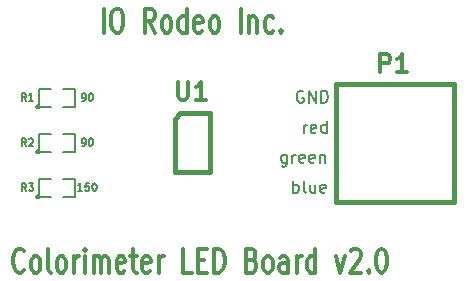
<source format=gto>
G04 (created by PCBNEW-RS274X (2011-07-19)-testing) date Fri 10 Feb 2012 01:23:47 PM PST*
G01*
G70*
G90*
%MOIN*%
G04 Gerber Fmt 3.4, Leading zero omitted, Abs format*
%FSLAX34Y34*%
G04 APERTURE LIST*
%ADD10C,0.006000*%
%ADD11C,0.007900*%
%ADD12C,0.012000*%
%ADD13C,0.005000*%
%ADD14C,0.015000*%
G04 APERTURE END LIST*
G54D10*
G54D11*
X42366Y-26659D02*
X42366Y-26265D01*
X42366Y-26416D02*
X42403Y-26397D01*
X42478Y-26397D01*
X42516Y-26416D01*
X42535Y-26434D01*
X42553Y-26472D01*
X42553Y-26584D01*
X42535Y-26622D01*
X42516Y-26641D01*
X42478Y-26659D01*
X42403Y-26659D01*
X42366Y-26641D01*
X42778Y-26659D02*
X42741Y-26641D01*
X42722Y-26603D01*
X42722Y-26265D01*
X43097Y-26397D02*
X43097Y-26659D01*
X42928Y-26397D02*
X42928Y-26603D01*
X42947Y-26641D01*
X42984Y-26659D01*
X43040Y-26659D01*
X43078Y-26641D01*
X43097Y-26622D01*
X43434Y-26641D02*
X43396Y-26659D01*
X43321Y-26659D01*
X43284Y-26641D01*
X43265Y-26603D01*
X43265Y-26453D01*
X43284Y-26416D01*
X43321Y-26397D01*
X43396Y-26397D01*
X43434Y-26416D01*
X43453Y-26453D01*
X43453Y-26491D01*
X43265Y-26528D01*
X42147Y-25397D02*
X42147Y-25716D01*
X42128Y-25753D01*
X42109Y-25772D01*
X42072Y-25791D01*
X42015Y-25791D01*
X41978Y-25772D01*
X42147Y-25641D02*
X42109Y-25659D01*
X42034Y-25659D01*
X41997Y-25641D01*
X41978Y-25622D01*
X41959Y-25584D01*
X41959Y-25472D01*
X41978Y-25434D01*
X41997Y-25416D01*
X42034Y-25397D01*
X42109Y-25397D01*
X42147Y-25416D01*
X42334Y-25659D02*
X42334Y-25397D01*
X42334Y-25472D02*
X42353Y-25434D01*
X42371Y-25416D01*
X42409Y-25397D01*
X42446Y-25397D01*
X42728Y-25641D02*
X42690Y-25659D01*
X42615Y-25659D01*
X42578Y-25641D01*
X42559Y-25603D01*
X42559Y-25453D01*
X42578Y-25416D01*
X42615Y-25397D01*
X42690Y-25397D01*
X42728Y-25416D01*
X42747Y-25453D01*
X42747Y-25491D01*
X42559Y-25528D01*
X43066Y-25641D02*
X43028Y-25659D01*
X42953Y-25659D01*
X42916Y-25641D01*
X42897Y-25603D01*
X42897Y-25453D01*
X42916Y-25416D01*
X42953Y-25397D01*
X43028Y-25397D01*
X43066Y-25416D01*
X43085Y-25453D01*
X43085Y-25491D01*
X42897Y-25528D01*
X43254Y-25397D02*
X43254Y-25659D01*
X43254Y-25434D02*
X43273Y-25416D01*
X43310Y-25397D01*
X43366Y-25397D01*
X43404Y-25416D01*
X43423Y-25453D01*
X43423Y-25659D01*
X42700Y-23284D02*
X42663Y-23265D01*
X42606Y-23265D01*
X42550Y-23284D01*
X42513Y-23322D01*
X42494Y-23359D01*
X42475Y-23434D01*
X42475Y-23491D01*
X42494Y-23566D01*
X42513Y-23603D01*
X42550Y-23641D01*
X42606Y-23659D01*
X42644Y-23659D01*
X42700Y-23641D01*
X42719Y-23622D01*
X42719Y-23491D01*
X42644Y-23491D01*
X42888Y-23659D02*
X42888Y-23265D01*
X43113Y-23659D01*
X43113Y-23265D01*
X43301Y-23659D02*
X43301Y-23265D01*
X43395Y-23265D01*
X43451Y-23284D01*
X43488Y-23322D01*
X43507Y-23359D01*
X43526Y-23434D01*
X43526Y-23491D01*
X43507Y-23566D01*
X43488Y-23603D01*
X43451Y-23641D01*
X43395Y-23659D01*
X43301Y-23659D01*
G54D12*
X36043Y-21324D02*
X36043Y-20524D01*
X36443Y-20524D02*
X36557Y-20524D01*
X36615Y-20562D01*
X36672Y-20638D01*
X36700Y-20790D01*
X36700Y-21057D01*
X36672Y-21210D01*
X36615Y-21286D01*
X36557Y-21324D01*
X36443Y-21324D01*
X36386Y-21286D01*
X36329Y-21210D01*
X36300Y-21057D01*
X36300Y-20790D01*
X36329Y-20638D01*
X36386Y-20562D01*
X36443Y-20524D01*
X37758Y-21324D02*
X37558Y-20943D01*
X37415Y-21324D02*
X37415Y-20524D01*
X37643Y-20524D01*
X37701Y-20562D01*
X37729Y-20600D01*
X37758Y-20676D01*
X37758Y-20790D01*
X37729Y-20867D01*
X37701Y-20905D01*
X37643Y-20943D01*
X37415Y-20943D01*
X38101Y-21324D02*
X38043Y-21286D01*
X38015Y-21248D01*
X37986Y-21171D01*
X37986Y-20943D01*
X38015Y-20867D01*
X38043Y-20829D01*
X38101Y-20790D01*
X38186Y-20790D01*
X38243Y-20829D01*
X38272Y-20867D01*
X38301Y-20943D01*
X38301Y-21171D01*
X38272Y-21248D01*
X38243Y-21286D01*
X38186Y-21324D01*
X38101Y-21324D01*
X38815Y-21324D02*
X38815Y-20524D01*
X38815Y-21286D02*
X38758Y-21324D01*
X38644Y-21324D01*
X38586Y-21286D01*
X38558Y-21248D01*
X38529Y-21171D01*
X38529Y-20943D01*
X38558Y-20867D01*
X38586Y-20829D01*
X38644Y-20790D01*
X38758Y-20790D01*
X38815Y-20829D01*
X39329Y-21286D02*
X39272Y-21324D01*
X39158Y-21324D01*
X39101Y-21286D01*
X39072Y-21210D01*
X39072Y-20905D01*
X39101Y-20829D01*
X39158Y-20790D01*
X39272Y-20790D01*
X39329Y-20829D01*
X39358Y-20905D01*
X39358Y-20981D01*
X39072Y-21057D01*
X39701Y-21324D02*
X39643Y-21286D01*
X39615Y-21248D01*
X39586Y-21171D01*
X39586Y-20943D01*
X39615Y-20867D01*
X39643Y-20829D01*
X39701Y-20790D01*
X39786Y-20790D01*
X39843Y-20829D01*
X39872Y-20867D01*
X39901Y-20943D01*
X39901Y-21171D01*
X39872Y-21248D01*
X39843Y-21286D01*
X39786Y-21324D01*
X39701Y-21324D01*
X40615Y-21324D02*
X40615Y-20524D01*
X40901Y-20790D02*
X40901Y-21324D01*
X40901Y-20867D02*
X40929Y-20829D01*
X40987Y-20790D01*
X41072Y-20790D01*
X41129Y-20829D01*
X41158Y-20905D01*
X41158Y-21324D01*
X41701Y-21286D02*
X41644Y-21324D01*
X41530Y-21324D01*
X41472Y-21286D01*
X41444Y-21248D01*
X41415Y-21171D01*
X41415Y-20943D01*
X41444Y-20867D01*
X41472Y-20829D01*
X41530Y-20790D01*
X41644Y-20790D01*
X41701Y-20829D01*
X41958Y-21248D02*
X41986Y-21286D01*
X41958Y-21324D01*
X41929Y-21286D01*
X41958Y-21248D01*
X41958Y-21324D01*
G54D11*
X42725Y-24659D02*
X42725Y-24397D01*
X42725Y-24472D02*
X42744Y-24434D01*
X42762Y-24416D01*
X42800Y-24397D01*
X42837Y-24397D01*
X43119Y-24641D02*
X43081Y-24659D01*
X43006Y-24659D01*
X42969Y-24641D01*
X42950Y-24603D01*
X42950Y-24453D01*
X42969Y-24416D01*
X43006Y-24397D01*
X43081Y-24397D01*
X43119Y-24416D01*
X43138Y-24453D01*
X43138Y-24491D01*
X42950Y-24528D01*
X43476Y-24659D02*
X43476Y-24265D01*
X43476Y-24641D02*
X43438Y-24659D01*
X43363Y-24659D01*
X43326Y-24641D01*
X43307Y-24622D01*
X43288Y-24584D01*
X43288Y-24472D01*
X43307Y-24434D01*
X43326Y-24416D01*
X43363Y-24397D01*
X43438Y-24397D01*
X43476Y-24416D01*
G54D12*
X33394Y-29248D02*
X33365Y-29286D01*
X33279Y-29324D01*
X33222Y-29324D01*
X33137Y-29286D01*
X33079Y-29210D01*
X33051Y-29133D01*
X33022Y-28981D01*
X33022Y-28867D01*
X33051Y-28714D01*
X33079Y-28638D01*
X33137Y-28562D01*
X33222Y-28524D01*
X33279Y-28524D01*
X33365Y-28562D01*
X33394Y-28600D01*
X33737Y-29324D02*
X33679Y-29286D01*
X33651Y-29248D01*
X33622Y-29171D01*
X33622Y-28943D01*
X33651Y-28867D01*
X33679Y-28829D01*
X33737Y-28790D01*
X33822Y-28790D01*
X33879Y-28829D01*
X33908Y-28867D01*
X33937Y-28943D01*
X33937Y-29171D01*
X33908Y-29248D01*
X33879Y-29286D01*
X33822Y-29324D01*
X33737Y-29324D01*
X34280Y-29324D02*
X34222Y-29286D01*
X34194Y-29210D01*
X34194Y-28524D01*
X34594Y-29324D02*
X34536Y-29286D01*
X34508Y-29248D01*
X34479Y-29171D01*
X34479Y-28943D01*
X34508Y-28867D01*
X34536Y-28829D01*
X34594Y-28790D01*
X34679Y-28790D01*
X34736Y-28829D01*
X34765Y-28867D01*
X34794Y-28943D01*
X34794Y-29171D01*
X34765Y-29248D01*
X34736Y-29286D01*
X34679Y-29324D01*
X34594Y-29324D01*
X35051Y-29324D02*
X35051Y-28790D01*
X35051Y-28943D02*
X35079Y-28867D01*
X35108Y-28829D01*
X35165Y-28790D01*
X35222Y-28790D01*
X35422Y-29324D02*
X35422Y-28790D01*
X35422Y-28524D02*
X35393Y-28562D01*
X35422Y-28600D01*
X35450Y-28562D01*
X35422Y-28524D01*
X35422Y-28600D01*
X35708Y-29324D02*
X35708Y-28790D01*
X35708Y-28867D02*
X35736Y-28829D01*
X35794Y-28790D01*
X35879Y-28790D01*
X35936Y-28829D01*
X35965Y-28905D01*
X35965Y-29324D01*
X35965Y-28905D02*
X35994Y-28829D01*
X36051Y-28790D01*
X36136Y-28790D01*
X36194Y-28829D01*
X36222Y-28905D01*
X36222Y-29324D01*
X36736Y-29286D02*
X36679Y-29324D01*
X36565Y-29324D01*
X36508Y-29286D01*
X36479Y-29210D01*
X36479Y-28905D01*
X36508Y-28829D01*
X36565Y-28790D01*
X36679Y-28790D01*
X36736Y-28829D01*
X36765Y-28905D01*
X36765Y-28981D01*
X36479Y-29057D01*
X36936Y-28790D02*
X37165Y-28790D01*
X37022Y-28524D02*
X37022Y-29210D01*
X37050Y-29286D01*
X37108Y-29324D01*
X37165Y-29324D01*
X37593Y-29286D02*
X37536Y-29324D01*
X37422Y-29324D01*
X37365Y-29286D01*
X37336Y-29210D01*
X37336Y-28905D01*
X37365Y-28829D01*
X37422Y-28790D01*
X37536Y-28790D01*
X37593Y-28829D01*
X37622Y-28905D01*
X37622Y-28981D01*
X37336Y-29057D01*
X37879Y-29324D02*
X37879Y-28790D01*
X37879Y-28943D02*
X37907Y-28867D01*
X37936Y-28829D01*
X37993Y-28790D01*
X38050Y-28790D01*
X38993Y-29324D02*
X38707Y-29324D01*
X38707Y-28524D01*
X39193Y-28905D02*
X39393Y-28905D01*
X39479Y-29324D02*
X39193Y-29324D01*
X39193Y-28524D01*
X39479Y-28524D01*
X39736Y-29324D02*
X39736Y-28524D01*
X39879Y-28524D01*
X39964Y-28562D01*
X40022Y-28638D01*
X40050Y-28714D01*
X40079Y-28867D01*
X40079Y-28981D01*
X40050Y-29133D01*
X40022Y-29210D01*
X39964Y-29286D01*
X39879Y-29324D01*
X39736Y-29324D01*
X40993Y-28905D02*
X41079Y-28943D01*
X41107Y-28981D01*
X41136Y-29057D01*
X41136Y-29171D01*
X41107Y-29248D01*
X41079Y-29286D01*
X41021Y-29324D01*
X40793Y-29324D01*
X40793Y-28524D01*
X40993Y-28524D01*
X41050Y-28562D01*
X41079Y-28600D01*
X41107Y-28676D01*
X41107Y-28752D01*
X41079Y-28829D01*
X41050Y-28867D01*
X40993Y-28905D01*
X40793Y-28905D01*
X41479Y-29324D02*
X41421Y-29286D01*
X41393Y-29248D01*
X41364Y-29171D01*
X41364Y-28943D01*
X41393Y-28867D01*
X41421Y-28829D01*
X41479Y-28790D01*
X41564Y-28790D01*
X41621Y-28829D01*
X41650Y-28867D01*
X41679Y-28943D01*
X41679Y-29171D01*
X41650Y-29248D01*
X41621Y-29286D01*
X41564Y-29324D01*
X41479Y-29324D01*
X42193Y-29324D02*
X42193Y-28905D01*
X42164Y-28829D01*
X42107Y-28790D01*
X41993Y-28790D01*
X41936Y-28829D01*
X42193Y-29286D02*
X42136Y-29324D01*
X41993Y-29324D01*
X41936Y-29286D01*
X41907Y-29210D01*
X41907Y-29133D01*
X41936Y-29057D01*
X41993Y-29019D01*
X42136Y-29019D01*
X42193Y-28981D01*
X42479Y-29324D02*
X42479Y-28790D01*
X42479Y-28943D02*
X42507Y-28867D01*
X42536Y-28829D01*
X42593Y-28790D01*
X42650Y-28790D01*
X43107Y-29324D02*
X43107Y-28524D01*
X43107Y-29286D02*
X43050Y-29324D01*
X42936Y-29324D01*
X42878Y-29286D01*
X42850Y-29248D01*
X42821Y-29171D01*
X42821Y-28943D01*
X42850Y-28867D01*
X42878Y-28829D01*
X42936Y-28790D01*
X43050Y-28790D01*
X43107Y-28829D01*
X43793Y-28790D02*
X43936Y-29324D01*
X44078Y-28790D01*
X44278Y-28600D02*
X44307Y-28562D01*
X44364Y-28524D01*
X44507Y-28524D01*
X44564Y-28562D01*
X44593Y-28600D01*
X44621Y-28676D01*
X44621Y-28752D01*
X44593Y-28867D01*
X44250Y-29324D01*
X44621Y-29324D01*
X44878Y-29248D02*
X44906Y-29286D01*
X44878Y-29324D01*
X44849Y-29286D01*
X44878Y-29248D01*
X44878Y-29324D01*
X45278Y-28524D02*
X45335Y-28524D01*
X45392Y-28562D01*
X45421Y-28600D01*
X45450Y-28676D01*
X45478Y-28829D01*
X45478Y-29019D01*
X45450Y-29171D01*
X45421Y-29248D01*
X45392Y-29286D01*
X45335Y-29324D01*
X45278Y-29324D01*
X45221Y-29286D01*
X45192Y-29248D01*
X45164Y-29171D01*
X45135Y-29019D01*
X45135Y-28829D01*
X45164Y-28676D01*
X45192Y-28600D01*
X45221Y-28562D01*
X45278Y-28524D01*
G54D13*
X33900Y-23800D02*
X33899Y-23809D01*
X33896Y-23819D01*
X33891Y-23827D01*
X33885Y-23835D01*
X33877Y-23841D01*
X33869Y-23846D01*
X33860Y-23848D01*
X33850Y-23849D01*
X33841Y-23849D01*
X33832Y-23846D01*
X33823Y-23841D01*
X33816Y-23835D01*
X33809Y-23828D01*
X33805Y-23819D01*
X33802Y-23810D01*
X33801Y-23800D01*
X33801Y-23791D01*
X33804Y-23782D01*
X33808Y-23773D01*
X33815Y-23766D01*
X33822Y-23759D01*
X33830Y-23755D01*
X33840Y-23752D01*
X33849Y-23751D01*
X33858Y-23751D01*
X33868Y-23754D01*
X33876Y-23758D01*
X33884Y-23764D01*
X33890Y-23772D01*
X33895Y-23780D01*
X33898Y-23789D01*
X33899Y-23799D01*
X33900Y-23800D01*
X34300Y-23800D02*
X33900Y-23800D01*
X33900Y-23800D02*
X33900Y-23200D01*
X33900Y-23200D02*
X34300Y-23200D01*
X34700Y-23200D02*
X35100Y-23200D01*
X35100Y-23200D02*
X35100Y-23800D01*
X35100Y-23800D02*
X34700Y-23800D01*
X33900Y-25300D02*
X33899Y-25309D01*
X33896Y-25319D01*
X33891Y-25327D01*
X33885Y-25335D01*
X33877Y-25341D01*
X33869Y-25346D01*
X33860Y-25348D01*
X33850Y-25349D01*
X33841Y-25349D01*
X33832Y-25346D01*
X33823Y-25341D01*
X33816Y-25335D01*
X33809Y-25328D01*
X33805Y-25319D01*
X33802Y-25310D01*
X33801Y-25300D01*
X33801Y-25291D01*
X33804Y-25282D01*
X33808Y-25273D01*
X33815Y-25266D01*
X33822Y-25259D01*
X33830Y-25255D01*
X33840Y-25252D01*
X33849Y-25251D01*
X33858Y-25251D01*
X33868Y-25254D01*
X33876Y-25258D01*
X33884Y-25264D01*
X33890Y-25272D01*
X33895Y-25280D01*
X33898Y-25289D01*
X33899Y-25299D01*
X33900Y-25300D01*
X34300Y-25300D02*
X33900Y-25300D01*
X33900Y-25300D02*
X33900Y-24700D01*
X33900Y-24700D02*
X34300Y-24700D01*
X34700Y-24700D02*
X35100Y-24700D01*
X35100Y-24700D02*
X35100Y-25300D01*
X35100Y-25300D02*
X34700Y-25300D01*
X33900Y-26800D02*
X33899Y-26809D01*
X33896Y-26819D01*
X33891Y-26827D01*
X33885Y-26835D01*
X33877Y-26841D01*
X33869Y-26846D01*
X33860Y-26848D01*
X33850Y-26849D01*
X33841Y-26849D01*
X33832Y-26846D01*
X33823Y-26841D01*
X33816Y-26835D01*
X33809Y-26828D01*
X33805Y-26819D01*
X33802Y-26810D01*
X33801Y-26800D01*
X33801Y-26791D01*
X33804Y-26782D01*
X33808Y-26773D01*
X33815Y-26766D01*
X33822Y-26759D01*
X33830Y-26755D01*
X33840Y-26752D01*
X33849Y-26751D01*
X33858Y-26751D01*
X33868Y-26754D01*
X33876Y-26758D01*
X33884Y-26764D01*
X33890Y-26772D01*
X33895Y-26780D01*
X33898Y-26789D01*
X33899Y-26799D01*
X33900Y-26800D01*
X34300Y-26800D02*
X33900Y-26800D01*
X33900Y-26800D02*
X33900Y-26200D01*
X33900Y-26200D02*
X34300Y-26200D01*
X34700Y-26200D02*
X35100Y-26200D01*
X35100Y-26200D02*
X35100Y-26800D01*
X35100Y-26800D02*
X34700Y-26800D01*
G54D14*
X39591Y-25984D02*
X38409Y-25984D01*
X38409Y-25984D02*
X38409Y-24213D01*
X38409Y-24213D02*
X38606Y-24016D01*
X38606Y-24016D02*
X39591Y-24016D01*
X39591Y-24016D02*
X39591Y-25984D01*
X43781Y-26969D02*
X43781Y-23031D01*
X43781Y-23031D02*
X47719Y-23031D01*
X47719Y-23031D02*
X47719Y-26969D01*
X47719Y-26969D02*
X43781Y-26969D01*
G54D13*
X33458Y-23601D02*
X33375Y-23482D01*
X33316Y-23601D02*
X33316Y-23351D01*
X33411Y-23351D01*
X33435Y-23363D01*
X33446Y-23375D01*
X33458Y-23399D01*
X33458Y-23435D01*
X33446Y-23458D01*
X33435Y-23470D01*
X33411Y-23482D01*
X33316Y-23482D01*
X33696Y-23601D02*
X33554Y-23601D01*
X33625Y-23601D02*
X33625Y-23351D01*
X33601Y-23387D01*
X33577Y-23411D01*
X33554Y-23423D01*
X35333Y-23601D02*
X35381Y-23601D01*
X35405Y-23589D01*
X35417Y-23577D01*
X35441Y-23542D01*
X35452Y-23494D01*
X35452Y-23399D01*
X35441Y-23375D01*
X35429Y-23363D01*
X35405Y-23351D01*
X35357Y-23351D01*
X35333Y-23363D01*
X35322Y-23375D01*
X35310Y-23399D01*
X35310Y-23458D01*
X35322Y-23482D01*
X35333Y-23494D01*
X35357Y-23506D01*
X35405Y-23506D01*
X35429Y-23494D01*
X35441Y-23482D01*
X35452Y-23458D01*
X35607Y-23351D02*
X35631Y-23351D01*
X35655Y-23363D01*
X35667Y-23375D01*
X35679Y-23399D01*
X35690Y-23446D01*
X35690Y-23506D01*
X35679Y-23554D01*
X35667Y-23577D01*
X35655Y-23589D01*
X35631Y-23601D01*
X35607Y-23601D01*
X35583Y-23589D01*
X35571Y-23577D01*
X35560Y-23554D01*
X35548Y-23506D01*
X35548Y-23446D01*
X35560Y-23399D01*
X35571Y-23375D01*
X35583Y-23363D01*
X35607Y-23351D01*
X33458Y-25101D02*
X33375Y-24982D01*
X33316Y-25101D02*
X33316Y-24851D01*
X33411Y-24851D01*
X33435Y-24863D01*
X33446Y-24875D01*
X33458Y-24899D01*
X33458Y-24935D01*
X33446Y-24958D01*
X33435Y-24970D01*
X33411Y-24982D01*
X33316Y-24982D01*
X33554Y-24875D02*
X33566Y-24863D01*
X33589Y-24851D01*
X33649Y-24851D01*
X33673Y-24863D01*
X33685Y-24875D01*
X33696Y-24899D01*
X33696Y-24923D01*
X33685Y-24958D01*
X33542Y-25101D01*
X33696Y-25101D01*
X35333Y-25101D02*
X35381Y-25101D01*
X35405Y-25089D01*
X35417Y-25077D01*
X35441Y-25042D01*
X35452Y-24994D01*
X35452Y-24899D01*
X35441Y-24875D01*
X35429Y-24863D01*
X35405Y-24851D01*
X35357Y-24851D01*
X35333Y-24863D01*
X35322Y-24875D01*
X35310Y-24899D01*
X35310Y-24958D01*
X35322Y-24982D01*
X35333Y-24994D01*
X35357Y-25006D01*
X35405Y-25006D01*
X35429Y-24994D01*
X35441Y-24982D01*
X35452Y-24958D01*
X35607Y-24851D02*
X35631Y-24851D01*
X35655Y-24863D01*
X35667Y-24875D01*
X35679Y-24899D01*
X35690Y-24946D01*
X35690Y-25006D01*
X35679Y-25054D01*
X35667Y-25077D01*
X35655Y-25089D01*
X35631Y-25101D01*
X35607Y-25101D01*
X35583Y-25089D01*
X35571Y-25077D01*
X35560Y-25054D01*
X35548Y-25006D01*
X35548Y-24946D01*
X35560Y-24899D01*
X35571Y-24875D01*
X35583Y-24863D01*
X35607Y-24851D01*
X33458Y-26601D02*
X33375Y-26482D01*
X33316Y-26601D02*
X33316Y-26351D01*
X33411Y-26351D01*
X33435Y-26363D01*
X33446Y-26375D01*
X33458Y-26399D01*
X33458Y-26435D01*
X33446Y-26458D01*
X33435Y-26470D01*
X33411Y-26482D01*
X33316Y-26482D01*
X33542Y-26351D02*
X33696Y-26351D01*
X33613Y-26446D01*
X33649Y-26446D01*
X33673Y-26458D01*
X33685Y-26470D01*
X33696Y-26494D01*
X33696Y-26554D01*
X33685Y-26577D01*
X33673Y-26589D01*
X33649Y-26601D01*
X33577Y-26601D01*
X33554Y-26589D01*
X33542Y-26577D01*
X35333Y-26601D02*
X35191Y-26601D01*
X35262Y-26601D02*
X35262Y-26351D01*
X35238Y-26387D01*
X35214Y-26411D01*
X35191Y-26423D01*
X35560Y-26351D02*
X35441Y-26351D01*
X35429Y-26470D01*
X35441Y-26458D01*
X35464Y-26446D01*
X35524Y-26446D01*
X35548Y-26458D01*
X35560Y-26470D01*
X35571Y-26494D01*
X35571Y-26554D01*
X35560Y-26577D01*
X35548Y-26589D01*
X35524Y-26601D01*
X35464Y-26601D01*
X35441Y-26589D01*
X35429Y-26577D01*
X35726Y-26351D02*
X35750Y-26351D01*
X35774Y-26363D01*
X35786Y-26375D01*
X35798Y-26399D01*
X35809Y-26446D01*
X35809Y-26506D01*
X35798Y-26554D01*
X35786Y-26577D01*
X35774Y-26589D01*
X35750Y-26601D01*
X35726Y-26601D01*
X35702Y-26589D01*
X35690Y-26577D01*
X35679Y-26554D01*
X35667Y-26506D01*
X35667Y-26446D01*
X35679Y-26399D01*
X35690Y-26375D01*
X35702Y-26363D01*
X35726Y-26351D01*
G54D12*
X38519Y-22970D02*
X38519Y-23456D01*
X38547Y-23513D01*
X38576Y-23541D01*
X38633Y-23570D01*
X38747Y-23570D01*
X38805Y-23541D01*
X38833Y-23513D01*
X38862Y-23456D01*
X38862Y-22970D01*
X39462Y-23570D02*
X39119Y-23570D01*
X39291Y-23570D02*
X39291Y-22970D01*
X39234Y-23056D01*
X39176Y-23113D01*
X39119Y-23141D01*
X45258Y-22643D02*
X45258Y-22043D01*
X45486Y-22043D01*
X45544Y-22071D01*
X45572Y-22100D01*
X45601Y-22157D01*
X45601Y-22243D01*
X45572Y-22300D01*
X45544Y-22329D01*
X45486Y-22357D01*
X45258Y-22357D01*
X46172Y-22643D02*
X45829Y-22643D01*
X46001Y-22643D02*
X46001Y-22043D01*
X45944Y-22129D01*
X45886Y-22186D01*
X45829Y-22214D01*
M02*

</source>
